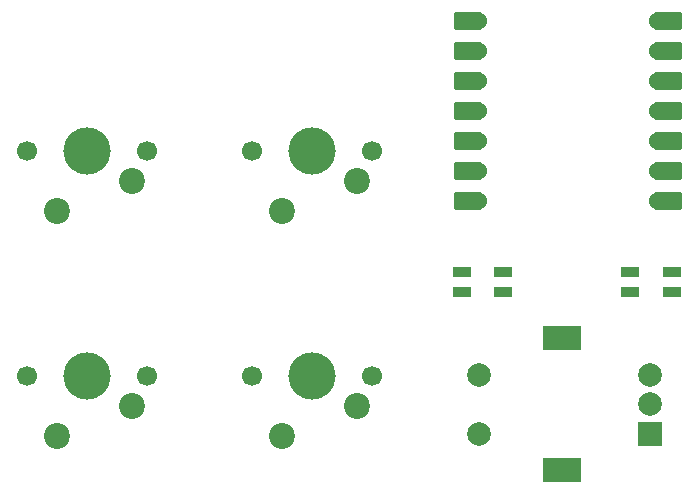
<source format=gbr>
%TF.GenerationSoftware,KiCad,Pcbnew,9.0.6*%
%TF.CreationDate,2025-12-15T09:48:03-08:00*%
%TF.ProjectId,AmeliasHackpad,416d656c-6961-4734-9861-636b7061642e,rev?*%
%TF.SameCoordinates,Original*%
%TF.FileFunction,Soldermask,Top*%
%TF.FilePolarity,Negative*%
%FSLAX46Y46*%
G04 Gerber Fmt 4.6, Leading zero omitted, Abs format (unit mm)*
G04 Created by KiCad (PCBNEW 9.0.6) date 2025-12-15 09:48:03*
%MOMM*%
%LPD*%
G01*
G04 APERTURE LIST*
G04 Aperture macros list*
%AMRoundRect*
0 Rectangle with rounded corners*
0 $1 Rounding radius*
0 $2 $3 $4 $5 $6 $7 $8 $9 X,Y pos of 4 corners*
0 Add a 4 corners polygon primitive as box body*
4,1,4,$2,$3,$4,$5,$6,$7,$8,$9,$2,$3,0*
0 Add four circle primitives for the rounded corners*
1,1,$1+$1,$2,$3*
1,1,$1+$1,$4,$5*
1,1,$1+$1,$6,$7*
1,1,$1+$1,$8,$9*
0 Add four rect primitives between the rounded corners*
20,1,$1+$1,$2,$3,$4,$5,0*
20,1,$1+$1,$4,$5,$6,$7,0*
20,1,$1+$1,$6,$7,$8,$9,0*
20,1,$1+$1,$8,$9,$2,$3,0*%
G04 Aperture macros list end*
%ADD10C,1.700000*%
%ADD11C,4.000000*%
%ADD12C,2.200000*%
%ADD13R,1.600000X0.850000*%
%ADD14R,2.000000X2.000000*%
%ADD15C,2.000000*%
%ADD16R,3.200000X2.000000*%
%ADD17RoundRect,0.152400X1.063600X0.609600X-1.063600X0.609600X-1.063600X-0.609600X1.063600X-0.609600X0*%
%ADD18C,1.524000*%
%ADD19RoundRect,0.152400X-1.063600X-0.609600X1.063600X-0.609600X1.063600X0.609600X-1.063600X0.609600X0*%
G04 APERTURE END LIST*
D10*
%TO.C,SW3*%
X167692500Y-80108750D03*
D11*
X162612500Y-80108750D03*
D10*
X157532500Y-80108750D03*
D12*
X160072500Y-85188750D03*
X166422500Y-82648750D03*
%TD*%
D10*
%TO.C,SW1*%
X167700000Y-99158750D03*
D11*
X162620000Y-99158750D03*
D10*
X157540000Y-99158750D03*
D12*
X160080000Y-104238750D03*
X166430000Y-101698750D03*
%TD*%
D13*
%TO.C,D1*%
X178800000Y-92065000D03*
X178800000Y-90315000D03*
X175300000Y-90315000D03*
X175300000Y-92065000D03*
%TD*%
D10*
%TO.C,SW2*%
X148642500Y-99158750D03*
D11*
X143562500Y-99158750D03*
D10*
X138482500Y-99158750D03*
D12*
X141022500Y-104238750D03*
X147372500Y-101698750D03*
%TD*%
D14*
%TO.C,SW5*%
X191293750Y-104040000D03*
D15*
X191293750Y-99040000D03*
X191293750Y-101540000D03*
D16*
X183793750Y-107140000D03*
X183793750Y-95940000D03*
D15*
X176793750Y-99040000D03*
X176793750Y-104040000D03*
%TD*%
D13*
%TO.C,D2*%
X193087500Y-92065000D03*
X193087500Y-90315000D03*
X189587500Y-90315000D03*
X189587500Y-92065000D03*
%TD*%
D17*
%TO.C,U1*%
X175845000Y-69088500D03*
D18*
X176680000Y-69088500D03*
D17*
X175845000Y-71628500D03*
D18*
X176680000Y-71628500D03*
D17*
X175845000Y-74168500D03*
D18*
X176680000Y-74168500D03*
D17*
X175845000Y-76708500D03*
D18*
X176680000Y-76708500D03*
D17*
X175845000Y-79248500D03*
D18*
X176680000Y-79248500D03*
D17*
X175845000Y-81788500D03*
D18*
X176680000Y-81788500D03*
D17*
X175845000Y-84328500D03*
D18*
X176680000Y-84328500D03*
X191920000Y-84328500D03*
D19*
X192755000Y-84328500D03*
D18*
X191920000Y-81788500D03*
D19*
X192755000Y-81788500D03*
D18*
X191920000Y-79248500D03*
D19*
X192755000Y-79248500D03*
D18*
X191920000Y-76708500D03*
D19*
X192755000Y-76708500D03*
D18*
X191920000Y-74168500D03*
D19*
X192755000Y-74168500D03*
D18*
X191920000Y-71628500D03*
D19*
X192755000Y-71628500D03*
D18*
X191920000Y-69088500D03*
D19*
X192755000Y-69088500D03*
%TD*%
D10*
%TO.C,SW4*%
X148642500Y-80108750D03*
D11*
X143562500Y-80108750D03*
D10*
X138482500Y-80108750D03*
D12*
X141022500Y-85188750D03*
X147372500Y-82648750D03*
%TD*%
M02*

</source>
